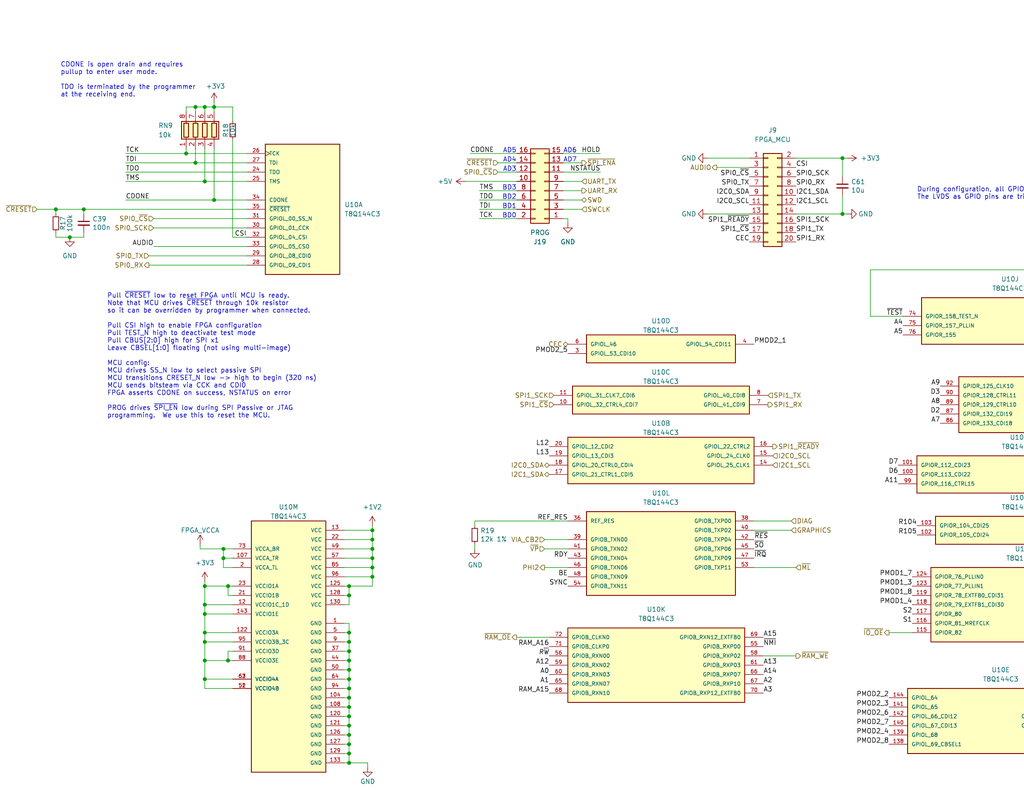
<source format=kicad_sch>
(kicad_sch (version 20231120) (generator "eeschema") (generator_version "8.0")
  (paper "A")
  (title_block (title "EconoPET 40/8096") (date "2023-10-01") (rev "A"))
  (junction (at 82.55 233.68))
  (junction (at 19.05 233.68))
  (junction (at 95.25 200.66))
  (junction (at 138.43 259.08))
  (junction (at 55.88 180.34))
  (junction (at 53.34 44.45))
  (junction (at 95.25 241.3))
  (junction (at 101.6 154.94))
  (junction (at 125.73 259.08))
  (junction (at 95.25 187.96))
  (junction (at 107.95 233.68))
  (junction (at 95.25 205.74))
  (junction (at 19.05 64.77))
  (junction (at 100.33 259.08))
  (junction (at 113.03 259.08))
  (junction (at 425.45 76.2))
  (junction (at 101.6 147.32))
  (junction (at 36.83 259.08))
  (junction (at 389.89 17.78))
  (junction (at 55.88 29.21))
  (junction (at 229.87 43.18))
  (junction (at 100.33 251.46))
  (junction (at 95.25 180.34))
  (junction (at 55.88 49.53))
  (junction (at 22.86 57.15))
  (junction (at 44.45 241.3))
  (junction (at 19.05 241.3))
  (junction (at 229.87 58.42))
  (junction (at 440.69 102.87))
  (junction (at 57.15 233.68))
  (junction (at 58.42 29.21))
  (junction (at 163.83 259.08))
  (junction (at 120.65 241.3))
  (junction (at 62.23 160.02))
  (junction (at 317.5 17.78))
  (junction (at 151.13 259.08))
  (junction (at 163.83 251.46))
  (junction (at 31.75 241.3))
  (junction (at 82.55 241.3))
  (junction (at 31.75 233.68))
  (junction (at 50.8 41.91))
  (junction (at 95.25 185.42))
  (junction (at 95.25 190.5))
  (junction (at 49.53 259.08))
  (junction (at 95.25 198.12))
  (junction (at 60.96 149.86))
  (junction (at 62.23 251.46))
  (junction (at 151.13 251.46))
  (junction (at 101.6 157.48))
  (junction (at 95.25 172.72))
  (junction (at 87.63 259.08))
  (junction (at 382.27 17.78))
  (junction (at 401.32 10.16))
  (junction (at 55.88 160.02))
  (junction (at 384.81 203.2))
  (junction (at 125.73 251.46))
  (junction (at 87.63 251.46))
  (junction (at 101.6 144.78))
  (junction (at 138.43 251.46))
  (junction (at 60.96 152.4))
  (junction (at 53.34 29.21))
  (junction (at 69.85 233.68))
  (junction (at 95.25 160.02))
  (junction (at 95.25 203.2))
  (junction (at 57.15 241.3))
  (junction (at 15.24 57.15))
  (junction (at 107.95 241.3))
  (junction (at 113.03 251.46))
  (junction (at 440.69 90.17))
  (junction (at 55.88 185.42))
  (junction (at 55.88 167.64))
  (junction (at 120.65 233.68))
  (junction (at 74.93 251.46))
  (junction (at 69.85 241.3))
  (junction (at 323.85 88.9))
  (junction (at 323.85 83.82))
  (junction (at 336.55 10.16))
  (junction (at 95.25 177.8))
  (junction (at 95.25 175.26))
  (junction (at 55.88 175.26))
  (junction (at 95.25 162.56))
  (junction (at 477.52 87.63))
  (junction (at 74.93 259.08))
  (junction (at 325.12 17.78))
  (junction (at 101.6 152.4))
  (junction (at 36.83 251.46))
  (junction (at 62.23 180.34))
  (junction (at 49.53 251.46))
  (junction (at 62.23 259.08))
  (junction (at 55.88 172.72))
  (junction (at 95.25 208.28))
  (junction (at 95.25 193.04))
  (junction (at 95.25 233.68))
  (junction (at 58.42 54.61))
  (junction (at 95.25 182.88))
  (junction (at 101.6 149.86))
  (junction (at 95.25 195.58))
  (junction (at 55.88 165.1))
  (junction (at 44.45 233.68))
  (junction (at 323.85 86.36))
  (bus_entry (at 425.45 120.65) (size 2.54 2.54))
  (bus_entry (at 496.57 115.57) (size -2.54 -2.54))
  (bus_entry (at 496.57 107.95) (size -2.54 2.54))
  (bus_entry (at 482.6 125.73) (size -2.54 -2.54))
  (bus_entry (at 425.45 102.87) (size 2.54 2.54))
  (bus_entry (at 496.57 120.65) (size -2.54 -2.54))
  (bus_entry (at 496.57 123.19) (size -2.54 -2.54))
  (bus_entry (at 425.45 118.11) (size 2.54 2.54))
  (bus_entry (at 425.45 123.19) (size 2.54 2.54))
  (bus_entry (at 482.6 123.19) (size -2.54 -2.54))
  (bus_entry (at 482.6 120.65) (size -2.54 -2.54))
  (bus_entry (at 425.45 105.41) (size 2.54 2.54))
  (bus_entry (at 425.45 115.57) (size 2.54 2.54))
  (bus_entry (at 425.45 128.27) (size 2.54 2.54))
  (bus_entry (at 482.6 128.27) (size -2.54 -2.54))
  (bus_entry (at 496.57 118.11) (size -2.54 -2.54))
  (bus_entry (at 496.57 105.41) (size -2.54 2.54))
  (bus_entry (at 425.45 110.49) (size 2.54 2.54))
  (bus_entry (at 482.6 133.35) (size -2.54 -2.54))
  (bus_entry (at 482.6 135.89) (size -2.54 -2.54))
  (bus_entry (at 425.45 130.81) (size 2.54 2.54))
  (bus_entry (at 425.45 107.95) (size 2.54 2.54))
  (bus_entry (at 425.45 125.73) (size 2.54 2.54))
  (bus_entry (at 425.45 113.03) (size 2.54 2.54))
  (bus_entry (at 496.57 102.87) (size -2.54 2.54))
  (bus_entry (at 496.57 100.33) (size -2.54 2.54))
  (bus_entry (at 482.6 138.43) (size -2.54 -2.54))
  (bus_entry (at 482.6 130.81) (size -2.54 -2.54))
  (wire (pts (xy 309.88 83.82) (xy 309.88 73.66)))
  (wire (pts (xy 53.34 44.45) (xy 67.31 44.45)))
  (bus (pts (xy 425.45 125.73) (xy 425.45 128.27)))
  (wire (pts (xy 93.98 182.88) (xy 95.25 182.88)))
  (wire (pts (xy 375.92 7.62) (xy 374.65 7.62)))
  (wire (pts (xy 55.88 165.1) (xy 63.5 165.1)))
  (wire (pts (xy 57.15 233.68) (xy 69.85 233.68)))
  (wire (pts (xy 427.99 107.95) (xy 454.66 107.95)))
  (wire (pts (xy 19.05 64.77) (xy 15.24 64.77)))
  (wire (pts (xy 237.49 86.36) (xy 246.38 86.36)))
  (wire (pts (xy 55.88 180.34) (xy 55.88 185.42)))
  (bus (pts (xy 496.57 125.73) (xy 497.84 125.73)))
  (bus (pts (xy 482.6 138.43) (xy 483.87 138.43)))
  (wire (pts (xy 101.6 149.86) (xy 101.6 152.4)))
  (wire (pts (xy 427.99 113.03) (xy 454.66 113.03)))
  (wire (pts (xy 95.25 203.2) (xy 95.25 205.74)))
  (wire (pts (xy 389.89 7.62) (xy 389.89 17.78)))
  (wire (pts (xy 440.69 85.09) (xy 440.69 90.17)))
  (wire (pts (xy 62.23 177.8) (xy 63.5 177.8)))
  (wire (pts (xy 24.13 252.73) (xy 24.13 251.46)))
  (wire (pts (xy 101.6 152.4) (xy 101.6 154.94)))
  (wire (pts (xy 242.57 248.92) (xy 242.57 250.19)))
  (wire (pts (xy 55.88 172.72) (xy 55.88 175.26)))
  (wire (pts (xy 467.36 107.95) (xy 494.03 107.95)))
  (wire (pts (xy 427.99 105.41) (xy 454.66 105.41)))
  (wire (pts (xy 34.29 54.61) (xy 58.42 54.61)))
  (wire (pts (xy 40.64 72.39) (xy 67.31 72.39)))
  (wire (pts (xy 427.99 118.11) (xy 454.66 118.11)))
  (bus (pts (xy 425.45 113.03) (xy 425.45 115.57)))
  (wire (pts (xy 140.97 173.99) (xy 149.86 173.99)))
  (wire (pts (xy 93.98 200.66) (xy 95.25 200.66)))
  (wire (pts (xy 87.63 259.08) (xy 87.63 257.81)))
  (bus (pts (xy 425.45 76.2) (xy 422.91 76.2)))
  (wire (pts (xy 138.43 259.08) (xy 125.73 259.08)))
  (wire (pts (xy 205.74 154.94) (xy 217.17 154.94)))
  (wire (pts (xy 153.67 41.91) (xy 163.83 41.91)))
  (wire (pts (xy 55.88 167.64) (xy 63.5 167.64)))
  (wire (pts (xy 226.06 236.22) (xy 223.52 236.22)))
  (wire (pts (xy 375.92 10.16) (xy 373.38 10.16)))
  (wire (pts (xy 467.36 120.65) (xy 480.06 120.65)))
  (wire (pts (xy 36.83 259.08) (xy 36.83 257.81)))
  (wire (pts (xy 440.69 99.06) (xy 440.69 102.87)))
  (wire (pts (xy 125.73 252.73) (xy 125.73 251.46)))
  (wire (pts (xy 95.25 172.72) (xy 95.25 175.26)))
  (wire (pts (xy 133.35 240.03) (xy 133.35 241.3)))
  (wire (pts (xy 107.95 241.3) (xy 107.95 240.03)))
  (wire (pts (xy 153.67 59.69) (xy 154.94 59.69)))
  (wire (pts (xy 93.98 190.5) (xy 95.25 190.5)))
  (wire (pts (xy 93.98 193.04) (xy 95.25 193.04)))
  (wire (pts (xy 309.88 7.62) (xy 309.88 17.78)))
  (wire (pts (xy 95.25 208.28) (xy 100.33 208.28)))
  (wire (pts (xy 95.25 195.58) (xy 95.25 198.12)))
  (bus (pts (xy 482.6 133.35) (xy 482.6 135.89)))
  (wire (pts (xy 58.42 29.21) (xy 63.5 29.21)))
  (bus (pts (xy 496.57 120.65) (xy 496.57 123.19)))
  (wire (pts (xy 223.52 234.95) (xy 223.52 236.22)))
  (bus (pts (xy 482.6 123.19) (xy 482.6 125.73)))
  (wire (pts (xy 101.6 144.78) (xy 101.6 143.51)))
  (wire (pts (xy 69.85 241.3) (xy 69.85 240.03)))
  (wire (pts (xy 95.25 241.3) (xy 107.95 241.3)))
  (wire (pts (xy 40.64 69.85) (xy 67.31 69.85)))
  (wire (pts (xy 303.53 245.11) (xy 306.07 245.11)))
  (wire (pts (xy 240.03 236.22) (xy 242.57 236.22)))
  (wire (pts (xy 151.13 251.46) (xy 163.83 251.46)))
  (wire (pts (xy 388.62 7.62) (xy 389.89 7.62)))
  (wire (pts (xy 95.25 180.34) (xy 95.25 182.88)))
  (wire (pts (xy 62.23 259.08) (xy 49.53 259.08)))
  (wire (pts (xy 55.88 175.26) (xy 55.88 180.34)))
  (wire (pts (xy 383.54 203.2) (xy 384.81 203.2)))
  (wire (pts (xy 49.53 252.73) (xy 49.53 251.46)))
  (wire (pts (xy 93.98 154.94) (xy 101.6 154.94)))
  (wire (pts (xy 34.29 41.91) (xy 50.8 41.91)))
  (bus (pts (xy 482.6 135.89) (xy 482.6 138.43)))
  (wire (pts (xy 41.91 67.31) (xy 67.31 67.31)))
  (wire (pts (xy 62.23 180.34) (xy 62.23 177.8)))
  (wire (pts (xy 389.89 17.78) (xy 401.32 17.78)))
  (wire (pts (xy 101.6 147.32) (xy 101.6 149.86)))
  (wire (pts (xy 93.98 149.86) (xy 101.6 149.86)))
  (wire (pts (xy 237.49 73.66) (xy 237.49 86.36)))
  (wire (pts (xy 95.25 165.1) (xy 93.98 165.1)))
  (wire (pts (xy 100.33 208.28) (xy 100.33 209.55)))
  (wire (pts (xy 229.87 43.18) (xy 229.87 48.26)))
  (bus (pts (xy 425.45 120.65) (xy 425.45 123.19)))
  (wire (pts (xy 87.63 252.73) (xy 87.63 251.46)))
  (wire (pts (xy 60.96 154.94) (xy 63.5 154.94)))
  (wire (pts (xy 311.15 10.16) (xy 308.61 10.16)))
  (wire (pts (xy 34.29 44.45) (xy 53.34 44.45)))
  (wire (pts (xy 50.8 41.91) (xy 67.31 41.91)))
  (wire (pts (xy 107.95 241.3) (xy 120.65 241.3)))
  (wire (pts (xy 95.25 241.3) (xy 95.25 240.03)))
  (wire (pts (xy 49.53 259.08) (xy 36.83 259.08)))
  (wire (pts (xy 95.25 205.74) (xy 95.25 208.28)))
  (wire (pts (xy 477.52 87.63) (xy 477.52 85.09)))
  (wire (pts (xy 74.93 259.08) (xy 87.63 259.08)))
  (wire (pts (xy 401.32 10.16) (xy 401.32 8.89)))
  (wire (pts (xy 427.99 110.49) (xy 454.66 110.49)))
  (bus (pts (xy 496.57 100.33) (xy 496.57 102.87)))
  (wire (pts (xy 95.25 208.28) (xy 93.98 208.28)))
  (wire (pts (xy 55.88 187.96) (xy 63.5 187.96)))
  (wire (pts (xy 63.5 38.1) (xy 63.5 64.77)))
  (wire (pts (xy 304.8 86.36) (xy 312.42 86.36)))
  (wire (pts (xy 62.23 251.46) (xy 74.93 251.46)))
  (wire (pts (xy 93.98 180.34) (xy 95.25 180.34)))
  (bus (pts (xy 425.45 128.27) (xy 425.45 130.81)))
  (wire (pts (xy 467.36 130.81) (xy 480.06 130.81)))
  (wire (pts (xy 138.43 251.46) (xy 138.43 252.73)))
  (wire (pts (xy 93.98 205.74) (xy 95.25 205.74)))
  (wire (pts (xy 62.23 257.81) (xy 62.23 259.08)))
  (wire (pts (xy 383.54 201.93) (xy 383.54 203.2)))
  (wire (pts (xy 50.8 29.21) (xy 53.34 29.21)))
  (wire (pts (xy 58.42 29.21) (xy 58.42 30.48)))
  (wire (pts (xy 130.81 59.69) (xy 140.97 59.69)))
  (wire (pts (xy 19.05 241.3) (xy 31.75 241.3)))
  (wire (pts (xy 74.93 259.08) (xy 62.23 259.08)))
  (wire (pts (xy 133.35 233.68) (xy 133.35 234.95)))
  (wire (pts (xy 325.12 7.62) (xy 325.12 17.78)))
  (wire (pts (xy 242.57 236.22) (xy 242.57 238.76)))
  (wire (pts (xy 304.8 88.9) (xy 312.42 88.9)))
  (bus (pts (xy 482.6 130.81) (xy 482.6 133.35)))
  (wire (pts (xy 53.34 40.64) (xy 53.34 44.45)))
  (wire (pts (xy 62.23 162.56) (xy 62.23 160.02)))
  (wire (pts (xy 401.32 17.78) (xy 401.32 16.51)))
  (wire (pts (xy 113.03 259.08) (xy 100.33 259.08)))
  (wire (pts (xy 231.14 43.18) (xy 229.87 43.18)))
  (wire (pts (xy 467.36 128.27) (xy 480.06 128.27)))
  (wire (pts (xy 95.25 160.02) (xy 95.25 162.56)))
  (wire (pts (xy 95.25 190.5) (xy 95.25 193.04)))
  (bus (pts (xy 425.45 76.2) (xy 425.45 102.87)))
  (wire (pts (xy 74.93 257.81) (xy 74.93 259.08)))
  (wire (pts (xy 55.88 172.72) (xy 63.5 172.72)))
  (wire (pts (xy 311.15 7.62) (xy 309.88 7.62)))
  (wire (pts (xy 427.99 133.35) (xy 454.66 133.35)))
  (wire (pts (xy 374.65 17.78) (xy 382.27 17.78)))
  (wire (pts (xy 107.95 233.68) (xy 120.65 233.68)))
  (wire (pts (xy 323.85 10.16) (xy 336.55 10.16)))
  (wire (pts (xy 158.75 44.45) (xy 153.67 44.45)))
  (wire (pts (xy 95.25 177.8) (xy 95.25 180.34)))
  (wire (pts (xy 19.05 241.3) (xy 19.05 242.57)))
  (wire (pts (xy 242.57 172.72) (xy 248.92 172.72)))
  (wire (pts (xy 55.88 158.75) (xy 55.88 160.02)))
  (wire (pts (xy 93.98 198.12) (xy 95.25 198.12)))
  (wire (pts (xy 125.73 251.46) (xy 138.43 251.46)))
  (wire (pts (xy 50.8 40.64) (xy 50.8 41.91)))
  (wire (pts (xy 34.29 49.53) (xy 55.88 49.53)))
  (wire (pts (xy 113.03 251.46) (xy 125.73 251.46)))
  (bus (pts (xy 425.45 110.49) (xy 425.45 113.03)))
  (wire (pts (xy 485.14 115.57) (xy 494.03 115.57)))
  (wire (pts (xy 195.58 45.72) (xy 204.47 45.72)))
  (wire (pts (xy 130.81 54.61) (xy 140.97 54.61)))
  (wire (pts (xy 15.24 57.15) (xy 22.86 57.15)))
  (bus (pts (xy 482.6 120.65) (xy 482.6 123.19)))
  (wire (pts (xy 22.86 57.15) (xy 67.31 57.15)))
  (wire (pts (xy 19.05 231.14) (xy 19.05 233.68)))
  (wire (pts (xy 120.65 241.3) (xy 120.65 240.03)))
  (wire (pts (xy 93.98 177.8) (xy 95.25 177.8)))
  (wire (pts (xy 58.42 40.64) (xy 58.42 54.61)))
  (wire (pts (xy 427.99 115.57) (xy 454.66 115.57)))
  (wire (pts (xy 93.98 157.48) (xy 101.6 157.48)))
  (wire (pts (xy 93.98 160.02) (xy 95.25 160.02)))
  (wire (pts (xy 476.25 115.57) (xy 467.36 115.57)))
  (wire (pts (xy 93.98 172.72) (xy 95.25 172.72)))
  (wire (pts (xy 154.94 59.69) (xy 154.94 60.96)))
  (wire (pts (xy 323.85 83.82) (xy 323.85 86.36)))
  (wire (pts (xy 55.88 40.64) (xy 55.88 49.53)))
  (wire (pts (xy 303.53 200.66) (xy 313.69 200.66)))
  (wire (pts (xy 95.25 162.56) (xy 95.25 165.1)))
  (wire (pts (xy 101.6 154.94) (xy 101.6 157.48)))
  (wire (pts (xy 60.96 152.4) (xy 63.5 152.4)))
  (wire (pts (xy 55.88 185.42) (xy 63.5 185.42)))
  (bus (pts (xy 425.45 118.11) (xy 425.45 120.65)))
  (bus (pts (xy 425.45 107.95) (xy 425.45 110.49)))
  (bus (pts (xy 496.57 115.57) (xy 496.57 118.11)))
  (wire (pts (xy 309.88 17.78) (xy 317.5 17.78)))
  (wire (pts (xy 467.36 133.35) (xy 480.06 133.35)))
  (wire (pts (xy 467.36 123.19) (xy 480.06 123.19)))
  (wire (pts (xy 95.25 233.68) (xy 107.95 233.68)))
  (bus (pts (xy 425.45 105.41) (xy 425.45 107.95)))
  (wire (pts (xy 95.25 182.88) (xy 95.25 185.42)))
  (wire (pts (xy 427.99 123.19) (xy 454.66 123.19)))
  (wire (pts (xy 54.61 149.86) (xy 54.61 148.59)))
  (bus (pts (xy 496.57 105.41) (xy 496.57 107.95)))
  (wire (pts (xy 62.23 252.73) (xy 62.23 251.46)))
  (wire (pts (xy 101.6 157.48) (xy 101.6 160.02)))
  (wire (pts (xy 93.98 187.96) (xy 95.25 187.96)))
  (bus (pts (xy 496.57 118.11) (xy 496.57 120.65)))
  (wire (pts (xy 82.55 241.3) (xy 82.55 240.03)))
  (wire (pts (xy 57.15 241.3) (xy 69.85 241.3)))
  (wire (pts (xy 95.25 170.18) (xy 95.25 172.72)))
  (wire (pts (xy 440.69 93.98) (xy 440.69 90.17)))
  (wire (pts (xy 55.88 160.02) (xy 62.23 160.02)))
  (wire (pts (xy 95.25 160.02) (xy 101.6 160.02)))
  (wire (pts (xy 140.97 41.91) (xy 128.27 41.91)))
  (wire (pts (xy 158.75 52.07) (xy 153.67 52.07)))
  (wire (pts (xy 323.85 91.44) (xy 322.58 91.44)))
  (wire (pts (xy 125.73 257.81) (xy 125.73 259.08)))
  (wire (pts (xy 95.25 234.95) (xy 95.25 233.68)))
  (wire (pts (xy 304.8 91.44) (xy 312.42 91.44)))
  (wire (pts (xy 15.24 63.5) (xy 15.24 64.77)))
  (wire (pts (xy 24.13 259.08) (xy 24.13 257.81)))
  (wire (pts (xy 93.98 195.58) (xy 95.25 195.58)))
  (bus (pts (xy 496.57 123.19) (xy 497.84 123.19)))
  (wire (pts (xy 467.36 125.73) (xy 480.06 125.73)))
  (wire (pts (xy 336.55 10.16) (xy 336.55 8.89)))
  (wire (pts (xy 100.33 251.46) (xy 113.03 251.46)))
  (wire (pts (xy 485.14 120.65) (xy 494.03 120.65)))
  (wire (pts (xy 36.83 251.46) (xy 49.53 251.46)))
  (wire (pts (xy 323.85 82.55) (xy 323.85 83.82)))
  (wire (pts (xy 100.33 252.73) (xy 100.33 251.46)))
  (wire (pts (xy 163.83 250.19) (xy 163.83 251.46)))
  (wire (pts (xy 325.12 17.78) (xy 317.5 17.78)))
  (wire (pts (xy 95.25 185.42) (xy 95.25 187.96)))
  (wire (pts (xy 467.36 135.89) (xy 480.06 135.89)))
  (wire (pts (xy 322.58 83.82) (xy 323.85 83.82)))
  (wire (pts (xy 138.43 259.08) (xy 151.13 259.08)))
  (bus (pts (xy 496.57 76.2) (xy 496.57 100.33)))
  (wire (pts (xy 49.53 251.46) (xy 62.23 251.46)))
  (wire (pts (xy 388.62 10.16) (xy 401.32 10.16)))
  (wire (pts (xy 158.75 54.61) (xy 153.67 54.61)))
  (wire (pts (xy 336.55 11.43) (xy 336.55 10.16)))
  (wire (pts (xy 55.88 160.02) (xy 55.88 165.1)))
  (wire (pts (xy 60.96 152.4) (xy 60.96 154.94)))
  (wire (pts (xy 36.83 259.08) (xy 24.13 259.08)))
  (wire (pts (xy 93.98 147.32) (xy 101.6 147.32)))
  (wire (pts (xy 127 49.53) (xy 140.97 49.53)))
  (wire (pts (xy 323.85 88.9) (xy 322.58 88.9)))
  (wire (pts (xy 138.43 251.46) (xy 151.13 251.46)))
  (wire (pts (xy 158.75 57.15) (xy 153.67 57.15)))
  (wire (pts (xy 55.88 180.34) (xy 62.23 180.34)))
  (wire (pts (xy 34.29 46.99) (xy 67.31 46.99)))
  (wire (pts (xy 148.59 147.32) (xy 154.94 147.32)))
  (wire (pts (xy 93.98 144.78) (xy 101.6 144.78)))
  (wire (pts (xy 325.12 17.78) (xy 336.55 17.78)))
  (wire (pts (xy 62.23 180.34) (xy 63.5 180.34)))
  (wire (pts (xy 53.34 29.21) (xy 53.34 30.48)))
  (wire (pts (xy 374.65 7.62) (xy 374.65 17.78)))
  (wire (pts (xy 309.88 73.66) (xy 237.49 73.66)))
  (wire (pts (xy 129.54 148.59) (xy 129.54 149.86)))
  (wire (pts (xy 22.86 57.15) (xy 22.86 58.42)))
  (wire (pts (xy 44.45 241.3) (xy 44.45 240.03)))
  (wire (pts (xy 467.36 105.41) (xy 494.03 105.41)))
  (wire (pts (xy 41.91 59.69) (xy 67.31 59.69)))
  (wire (pts (xy 440.69 102.87) (xy 454.66 102.87)))
  (wire (pts (xy 120.65 241.3) (xy 133.35 241.3)))
  (wire (pts (xy 55.88 29.21) (xy 55.88 30.48)))
  (wire (pts (xy 138.43 257.81) (xy 138.43 259.08)))
  (wire (pts (xy 401.32 10.16) (xy 401.32 11.43)))
  (wire (pts (xy 204.47 43.18) (xy 193.04 43.18)))
  (wire (pts (xy 336.55 17.78) (xy 336.55 16.51)))
  (wire (pts (xy 95.25 200.66) (xy 95.25 203.2)))
  (wire (pts (xy 154.94 142.24) (xy 129.54 142.24)))
  (wire (pts (xy 93.98 175.26) (xy 95.25 175.26)))
  (wire (pts (xy 31.75 241.3) (xy 44.45 241.3)))
  (wire (pts (xy 323.85 86.36) (xy 323.85 88.9)))
  (wire (pts (xy 229.87 58.42) (xy 231.14 58.42)))
  (wire (pts (xy 22.86 63.5) (xy 22.86 64.77)))
  (wire (pts (xy 120.65 233.68) (xy 133.35 233.68)))
  (wire (pts (xy 163.83 259.08) (xy 151.13 259.08)))
  (wire (pts (xy 82.55 234.95) (xy 82.55 233.68)))
  (wire (pts (xy 19.05 234.95) (xy 19.05 233.68)))
  (wire (pts (xy 485.14 118.11) (xy 494.03 118.11)))
  (wire (pts (xy 205.74 144.78) (xy 215.9 144.78)))
  (wire (pts (xy 151.13 251.46) (xy 151.13 252.73)))
  (wire (pts (xy 208.28 179.07) (xy 217.17 179.07)))
  (wire (pts (xy 312.42 83.82) (xy 309.88 83.82)))
  (wire (pts (xy 163.83 259.08) (xy 163.83 260.35)))
  (bus (pts (xy 496.57 76.2) (xy 425.45 76.2)))
  (wire (pts (xy 60.96 149.86) (xy 54.61 149.86)))
  (wire (pts (xy 95.25 187.96) (xy 95.25 190.5)))
  (wire (pts (xy 427.99 125.73) (xy 454.66 125.73)))
  (wire (pts (xy 129.54 142.24) (xy 129.54 143.51)))
  (wire (pts (xy 63.5 162.56) (xy 62.23 162.56)))
  (wire (pts (xy 41.91 62.23) (xy 67.31 62.23)))
  (wire (pts (xy 95.25 175.26) (xy 95.25 177.8)))
  (wire (pts (xy 93.98 162.56) (xy 95.25 162.56)))
  (wire (pts (xy 135.89 44.45) (xy 140.97 44.45)))
  (wire (pts (xy 55.88 185.42) (xy 55.88 187.96)))
  (wire (pts (xy 22.86 64.77) (xy 19.05 64.77)))
  (wire (pts (xy 55.88 175.26) (xy 63.5 175.26)))
  (wire (pts (xy 44.45 241.3) (xy 57.15 241.3)))
  (wire (pts (xy 163.83 257.81) (xy 163.83 259.08)))
  (wire (pts (xy 69.85 233.68) (xy 82.55 233.68)))
  (wire (pts (xy 113.03 252.73) (xy 113.03 251.46)))
  (wire (pts (xy 69.85 234.95) (xy 69.85 233.68)))
  (wire (pts (xy 323.85 88.9) (xy 323.85 91.44)))
  (wire (pts (xy 69.85 241.3) (xy 82.55 241.3)))
  (wire (pts (xy 55.88 29.21) (xy 58.42 29.21)))
  (wire (pts (xy 151.13 257.81) (xy 151.13 259.08)))
  (wire (pts (xy 95.25 198.12) (xy 95.25 200.66)))
  (wire (pts (xy 58.42 27.94) (xy 58.42 29.21)))
  (wire (pts (xy 303.53 193.04) (xy 313.69 193.04)))
  (wire (pts (xy 229.87 53.34) (xy 229.87 58.42)))
  (wire (pts (xy 55.88 167.64) (xy 55.88 172.72)))
  (wire (pts (xy 31.75 234.95) (xy 31.75 233.68)))
  (wire (pts (xy 36.83 252.73) (xy 36.83 251.46)))
  (wire (pts (xy 389.89 17.78) (xy 382.27 17.78)))
  (wire (pts (xy 57.15 234.95) (xy 57.15 233.68)))
  (wire (pts (xy 10.16 57.15) (xy 15.24 57.15)))
  (wire (pts (xy 100.33 259.08) (xy 100.33 257.81)))
  (wire (pts (xy 58.42 54.61) (xy 67.31 54.61)))
  (wire (pts (xy 31.75 241.3) (xy 31.75 240.03)))
  (wire (pts (xy 436.88 135.89) (xy 454.66 135.89)))
  (wire (pts (xy 19.05 240.03) (xy 19.05 241.3)))
  (wire (pts (xy 60.96 149.86) (xy 63.5 149.86)))
  (wire (pts (xy 125.73 259.08) (xy 113.03 259.08)))
  (wire (pts (xy 93.98 152.4) (xy 101.6 152.4)))
  (wire (pts (xy 467.36 118.11) (xy 480.06 118.11)))
  (wire (pts (xy 427.99 128.27) (xy 454.66 128.27)))
  (wire (pts (xy 107.95 234.95) (xy 107.95 233.68)))
  (wire (pts (xy 93.98 170.18) (xy 95.25 170.18)))
  (wire (pts (xy 384.81 203.2) (xy 386.08 203.2)))
  (wire (pts (xy 204.47 58.42) (xy 193.04 58.42)))
  (wire (pts (xy 163.83 251.46) (xy 163.83 252.73)))
  (wire (pts (xy 87.63 251.46) (xy 100.33 251.46)))
  (wire (pts (xy 386.08 201.93) (xy 386.08 203.2)))
  (wire (pts (xy 63.5 64.77) (xy 67.31 64.77)))
  (wire (pts (xy 55.88 165.1) (xy 55.88 167.64)))
  (wire (pts (xy 323.85 86.36) (xy 322.58 86.36)))
  (wire (pts (xy 323.85 7.62) (xy 325.12 7.62)))
  (wire (pts (xy 130.81 52.07) (xy 140.97 52.07)))
  (wire (pts (xy 50.8 29.21) (xy 50.8 30.48)))
  (wire (pts (xy 217.17 58.42) (xy 229.87 58.42)))
  (wire (pts (xy 53.34 29.21) (xy 55.88 29.21)))
  (wire (pts (xy 82.55 233.68) (xy 95.25 233.68)))
  (wire (pts (xy 148.59 149.86) (xy 154.94 149.86)))
  (wire (pts (xy 19.05 233.68) (xy 31.75 233.68)))
  (wire (pts (xy 15.24 57.15) (xy 15.24 58.42)))
  (wire (pts (xy 60.96 149.86) (xy 60.96 152.4)))
  (wire (pts (xy 158.75 49.53) (xy 153.67 49.53)))
  (wire (pts (xy 467.36 87.63) (xy 477.52 87.63)))
  (wire (pts (xy 95.25 193.04) (xy 95.25 195.58)))
  (wire (pts (xy 467.36 102.87) (xy 494.03 102.87)))
  (wire (pts (xy 44.45 234.95) (xy 44.45 233.68)))
  (wire (pts (xy 93.98 203.2) (xy 95.25 203.2)))
  (wire (pts (xy 220.98 243.84) (xy 228.6 243.84)))
  (wire (pts (xy 476.25 149.86) (xy 476.25 115.57)))
  (bus (pts (xy 496.57 102.87) (xy 496.57 105.41)))
  (wire (pts (xy 234.95 243.84) (xy 233.68 243.84)))
  (wire (pts (xy 24.13 251.46) (xy 36.83 251.46)))
  (wire (pts (xy 31.75 233.68) (xy 44.45 233.68)))
  (wire (pts (xy 289.56 245.11) (xy 279.4 245.11)))
  (wire (pts (xy 440.69 90.17) (xy 454.66 90.17)))
  (wire (pts (xy 153.67 46.99) (xy 163.83 46.99)))
  (wire (pts (xy 467.36 110.49) (xy 494.03 110.49)))
  (bus (pts (xy 425.45 102.87) (xy 425.45 105.41)))
  (wire (pts (xy 120.65 234.95) (xy 120.65 233.68)))
  (wire (pts (xy 82.55 241.3) (xy 95.25 241.3)))
  (wire (pts (xy 113.03 257.81) (xy 113.03 259.08)))
  (wire (pts (xy 130.81 57.15) (xy 140.97 57.15)))
  (wire (pts (xy 63.5 29.21) (xy 63.5 33.02)))
  (wire (pts (xy 436.88 87.63) (xy 454.66 87.63)))
  (wire (pts (xy 231.14 236.22) (xy 232.41 236.22)))
  (wire (pts (xy 44.45 233.68) (xy 57.15 233.68)))
  (bus (pts (xy 425.45 123.19) (xy 425.45 125.73)))
  (wire (pts (xy 205.74 142.24) (xy 215.9 142.24)))
  (wire (pts (xy 101.6 144.78) (xy 101.6 147.32)))
  (wire (pts (xy 229.87 43.18) (xy 217.17 43.18)))
  (bus (pts (xy 482.6 125.73) (xy 482.6 128.27)))
  (wire (pts (xy 62.23 160.02) (xy 63.5 160.02)))
  (wire (pts (xy 427.99 120.65) (xy 454.66 120.65)))
  (wire (pts (xy 477.52 87.63) (xy 477.52 91.44)))
  (wire (pts (xy 436.88 102.87) (xy 440.69 102.87)))
  (wire (pts (xy 93.98 185.42) (xy 95.25 185.42)))
  (wire (pts (xy 57.15 241.3) (xy 57.15 240.03)))
  (wire (pts (xy 148.59 154.94) (xy 154.94 154.94)))
  (wire (pts (xy 297.18 245.11) (xy 298.45 245.11)))
  (wire (pts (xy 467.36 113.03) (xy 494.03 113.03)))
  (wire (pts (xy 87.63 259.08) (xy 100.33 259.08)))
  (wire (pts (xy 74.93 252.73) (xy 74.93 251.46)))
  (wire (pts (xy 49.53 257.81) (xy 49.53 259.08)))
  (wire (pts (xy 135.89 46.99) (xy 140.97 46.99)))
  (bus (pts (xy 482.6 128.27) (xy 482.6 130.81)))
  (bus (pts (xy 425.45 115.57) (xy 425.45 118.11)))
  (wire (pts (xy 74.93 251.46) (xy 87.63 251.46)))
  (wire (pts (xy 427.99 130.81) (xy 454.66 130.81)))
  (wire (pts (xy 55.88 49.53) (xy 67.31 49.53)))
  (text "During configuration, all GPIO pins excluding LVDS as GPIO are configured in weak pull-up mode.\nThe LVDS as GPIO pins are tri-stated without a pull-up or pull-down resistor." (at 250.19 54.61 0) (effects (font (size 1.27 1.27)) (justify left bottom)))
  (text "BD0" (at 140.97 59.69 0) (effects (font (size 1.27 1.27)) (justify right bottom)))
  (text "BD2" (at 140.97 54.61 0) (effects (font (size 1.27 1.27)) (justify right bottom)))
  (text "BD1" (at 140.97 57.15 0) (effects (font (size 1.27 1.27)) (justify right bottom)))
  (text "NSTATUS driven low if bitstream contains\nwrong device ID or fails CRC check." (at 275.59 261.62 0) (effects (font (size 1.27 1.27)) (justify left bottom)))
  (text "AD7" (at 153.67 44.45 0) (effects (font (size 1.27 1.27)) (justify left bottom)))
  (text "AD4" (at 140.97 44.45 0) (effects (font (size 1.27 1.27)) (justify right bottom)))
  (text "Pull ~{CRESET} low to reset FPGA until MCU is ready.\nNote that MCU drives ~{CRESET} through 10k resistor\nso it can be overridden by programmer when connected.\n\nPull CSI high to enable FPGA configuration\nPull TEST_N high to deactivate test mode\nPull CBUS[2:0] high for SPI x1\nLeave CBSEL[1:0] floating (not using multi-image)\n\nMCU config:\nMCU drives SS_N low to select passive SPI\nMCU transitions CRESET_N low -> high to begin (320 ns)\nMCU sends bitsteam via CCK and CDI0\nFPGA asserts CDONE on success, NSTATUS on error\n\nPROG drives ~{SPI_EN} low during SPI Passive or JTAG\nprogramming.  We use this to reset the MCU." (at 29.21 114.3 0) (effects (font (size 1.27 1.27)) (justify left bottom)))
  (text "BD3" (at 140.97 52.07 0) (effects (font (size 1.27 1.27)) (justify right bottom)))
  (text "Minimum decoupling caps is one 100nF and one 10nF\nPlace lowest values closest to pin." (at 16.51 267.97 0) (effects (font (size 1.27 1.27)) (justify left bottom)))
  (text "AD5" (at 140.97 41.91 0) (effects (font (size 1.27 1.27)) (justify right bottom)))
  (text "AD6" (at 153.67 41.91 0) (effects (font (size 1.27 1.27)) (justify left bottom)))
  (text "AD3" (at 140.97 46.99 0) (effects (font (size 1.27 1.27)) (justify right bottom)))
  (text "CDONE is open drain and requires\npullup to enter user mode.\n\nTDO is terminated by the programmer\nat the receiving end." (at 16.51 26.67 0) (effects (font (size 1.27 1.27)) (justify left bottom)))
  (text "CDONE is an open drain output with 10k pullup.\nDriving LED requires a current amplifier." (at 217.17 261.62 0) (effects (font (size 1.27 1.27)) (justify left bottom)))
  (label "TCK" (at 130.81 59.69 0))
  (label "SPI1_~{READY}" (at 204.47 60.96 180))
  (label "D2" (at 256.54 113.03 180))
  (label "A2" (at 208.28 186.69 0))
  (label "BE" (at 154.94 157.48 180))
  (label "A5" (at 246.38 91.44 180))
  (label "SPI1_~{CS}" (at 204.47 63.5 180))
  (label "SPI0_~{CS}" (at 204.47 48.26 180))
  (label "I2C0_SCL" (at 204.47 55.88 180))
  (label "L12" (at 149.86 121.92 180))
  (label "D6" (at 245.11 129.54 180))
  (label "PMOD2_6" (at 388.62 0 0))
  (label "PMOD1_8" (at 248.92 162.56 180))
  (label "A14" (at 467.36 107.95 0))
  (label "CDONE" (at 220.98 243.84 0))
  (label "CSI" (at 217.17 45.72 0))
  (label "A10" (at 311.15 129.54 0))
  (label "D5" (at 311.15 127 0))
  (label "NSTATUS" (at 313.69 193.04 180))
  (label "PMOD2_6" (at 242.57 195.58 180))
  (label "A9" (at 454.66 128.27 180))
  (label "R95" (at 454.66 146.05 180))
  (label "A15" (at 208.28 173.99 0))
  (label "AUDIO" (at 41.91 67.31 180))
  (label "PMOD1_7" (at 248.92 157.48 180))
  (label "TMS" (at 34.29 49.53 0))
  (label "A14" (at 208.28 184.15 0))
  (label "~{RES}" (at 205.74 147.32 0) (effects (font (italic yes))))
  (label "R105" (at 250.19 146.05 180))
  (label "D3" (at 256.54 107.95 180))
  (label "CEC" (at 204.47 66.04 180))
  (label "PMOD2_4" (at 375.92 5.08 180))
  (label "A4" (at 454.66 115.57 180))
  (label "PMOD1_1" (at 303.53 195.58 0))
  (label "~{TEST}" (at 454.66 138.43 180))
  (label "SPI0_TX" (at 204.47 50.8 180))
  (label "SYNC" (at 154.94 160.02 180))
  (label "CBUS2" (at 304.8 91.44 0))
  (label "RAM_A10" (at 314.96 105.41 0))
  (label "RDY" (at 154.94 152.4 180))
  (label "CBUS1" (at 304.8 88.9 0))
  (label "R104" (at 250.19 143.51 180))
  (label "D0" (at 304.8 83.82 0))
  (label "PMOD2_1" (at 205.74 93.98 0))
  (label "SPI1_TX" (at 217.17 63.5 0))
  (label "PMOD2_5" (at 388.62 -2.54 0))
  (label "A1" (at 149.86 186.69 180))
  (label "SPI0_RX" (at 217.17 50.8 0))
  (label "PMOD1_2" (at 303.53 203.2 0))
  (label "R94" (at 467.36 146.05 0))
  (label "~{IRQ}" (at 205.74 152.4 0))
  (label "R~{W}" (at 149.86 179.07 180) (effects (font (italic yes))))
  (label "PMOD2_2" (at 375.92 0 180))
  (label "D7" (at 245.11 127 180))
  (label "A12" (at 467.36 102.87 0))
  (label "PMOD2_8" (at 388.62 5.08 0))
  (label "SPI1_SCK" (at 217.17 60.96 0))
  (label "A4" (at 246.38 88.9 180))
  (label "D2" (at 467.36 123.19 0))
  (label "PMOD1_5" (at 323.85 -2.54 0))
  (label "D4" (at 311.15 132.08 0))
  (label "A3" (at 208.28 189.23 0))
  (label "CBUS0" (at 467.36 138.43 0))
  (label "PMOD1_4" (at 311.15 5.08 180))
  (label "PMOD1_3" (at 248.92 160.02 180))
  (label "RAM_A10" (at 485.14 120.65 0))
  (label "PMOD1_8" (at 323.85 5.08 0))
  (label "A13" (at 467.36 105.41 0))
  (label "RAM_A16" (at 467.36 113.03 0))
  (label "TDO" (at 130.81 54.61 0))
  (label "I2C0_SDA" (at 204.47 53.34 180))
  (label "L13" (at 149.86 124.46 180))
  (label "CDONE" (at 128.27 41.91 0))
  (label "PMOD1_7" (at 323.85 2.54 0))
  (label "CBUS2" (at 467.36 140.97 0))
  (label "A10" (at 454.66 130.81 180))
  (label "A2" (at 454.66 110.49 180))
  (label "TDI" (at 34.29 44.45 0))
  (label "SPI1_RX" (at 217.17 66.04 0))
  (label "PMOD2_3" (at 242.57 193.04 180))
  (label "SPI0_SCK" (at 217.17 48.26 0))
  (label "A11" (at 245.11 132.08 180))
  (label "NSTATUS" (at 279.4 245.11 0))
  (label "A1" (at 454.66 107.95 180))
  (label "PMOD1_1" (at 311.15 -2.54 180))
  (label "A3" (at 454.66 113.03 180))
  (label "~{NMI}" (at 208.28 176.53 0))
  (label "PMOD2_7" (at 242.57 198.12 180))
  (label "R104" (at 467.36 143.51 0))
  (label "R105" (at 454.66 143.51 180))
  (label "PMOD2_1" (at 375.92 -2.54 180))
  (label "D0" (at 467.36 118.11 0))
  (label "RAM_A15" (at 485.14 115.57 0))
  (label "S1" (at 248.92 170.18 180))
  (label "REF_RES" (at 154.94 142.24 180))
  (label "CDONE" (at 34.29 54.61 0))
  (label "RAM_A15" (at 149.86 189.23 180))
  (label "PMOD1_3" (at 311.15 2.54 180))
  (label "HOLD" (at 163.83 41.91 180))
  (label "CBUS1" (at 454.66 140.97 180))
  (label "L13" (at 467.36 148.59 0))
  (label "TDI" (at 130.81 57.15 0))
  (label "A8" (at 256.54 110.49 180))
  (label "D1" (at 467.36 120.65 0))
  (label "RAM_A11" (at 485.14 118.11 0))
  (label "D6" (at 467.36 133.35 0))
  (label "PMOD1_6" (at 323.85 0 0))
  (label "A0" (at 454.66 105.41 180))
  (label "D5" (at 467.36 130.81 0))
  (label "CBUS0" (at 304.8 86.36 0))
  (label "D3" (at 467.36 125.73 0))
  (label "RAM_A16" (at 149.86 176.53 180))
  (label "L12" (at 454.66 148.59 180))
  (label "A5" (at 454.66 118.11 180))
  (label "A7" (at 454.66 123.19 180))
  (label "NSTATUS" (at 163.83 46.99 180))
  (label "PMOD2_2" (at 242.57 190.5 180))
  (label "PMOD1_6" (at 303.53 198.12 0))
  (label "PMOD2_7" (at 388.62 2.54 0))
  (label "PMOD1_5" (at 303.53 190.5 0))
  (label "A13" (at 208.28 181.61 0))
  (label "I2C1_SDA" (at 217.17 53.34 0))
  (label "PMOD1_4" (at 248.92 165.1 180))
  (label "A6" (at 454.66 120.65 180))
  (label "D1" (at 314.96 107.95 0))
  (label "PMOD2_5" (at 154.94 96.52 180))
  (label "CSI" (at 67.31 64.77 180))
  (label "I2C1_SCL" (at 217.17 55.88 0))
  (label "TCK" (at 34.29 41.91 0))
  (label "PMOD2_8" (at 242.57 203.2 180))
  (label "A6" (at 314.96 110.49 0))
  (label "A9" (at 256.54 105.41 180))
  (label "R94" (at 306.07 143.51 0))
  (label "A15" (at 467.36 110.49 0))
  (label "PMOD2_4" (at 242.57 200.66 180))
  (label "R95" (at 306.07 146.05 0))
  (label "~{SO}" (at 205.74 149.86 0))
  (label "RAM_A11" (at 314.96 113.03 0))
  (label "~{TEST}" (at 246.38 86.36 180))
  (label "A11" (at 454.66 133.35 180))
  (label "TMS" (at 130.81 52.07 0))
  (label "A7" (at 256.54 115.57 180))
  (label "S2" (at 248.92 167.64 180))
  (label "D4" (at 467.36 128.27 0))
  (label "PMOD1_2" (at 311.15 0 180))
  (label "A12" (at 149.86 181.61 180))
  (label "D7" (at 467.36 135.89 0))
  (label "S1" (at 383.54 186.69 90))
  (label "S2" (at 386.08 186.69 90))
  (label "A8" (at 454.66 125.73 180))
  (label "PMOD2_3" (at 375.92 2.54 180))
  (label "A0" (at 149.86 184.15 180))
  (label "TDO" (at 34.29 46.99 0))
  (hierarchical_label "~{ML}" (shape input) (at 217.17 154.94 0))
  (hierarchical_label "SPI0_RX" (shape output) (at 40.64 72.39 180))
  (hierarchical_label "A[0..15]" (shape bidirectional) (at 422.91 76.2 180))
  (hierarchical_label "~{CRESET}" (shape input) (at 10.16 57.15 180))
  (hierarchical_label "{RAM_A}" (shape output) (at 497.84 123.19 0))
  (hierarchical_label "~{IO_OE}" (shape output) (at 242.57 172.72 180))
  (hierarchical_label "CEC" (shape bidirectional) (at 154.94 93.98 180))
  (hierarchical_label "SPI0_~{CS}" (shape input) (at 41.91 59.69 180))
  (hierarchical_label "I2C1_SDA" (shape bidirectional) (at 149.86 129.54 180))
  (hierarchical_label "VERT" (shape output) (at 309.88 167.64 0))
  (hierarchical_label "~{VP}" (shape input) (at 148.59 149.86 180))
  (hierarchical_label "SWD" (shape bidirectional) (at 158.75 54.61 0))
  (hierarchical_label "SWCLK" (shape input) (at 158.75 57.15 0))
  (hierarchical_label "SPI0_TX" (shape input) (at 40.64 69.85 180))
  (hierarchical_label "~{RAM_OE}" (shape output) (at 140.97 173.99 180))
  (hierarchical_label "I2C0_SDA" (shape bidirectional) (at 149.86 127 180))
  (hierarchical_label "SPI1_SCK" (shape input) (at 151.13 107.95 180))
  (hierarchical_label "R~{W}" (shape input) (at 467.36 100.33 0))
  (hierarchical_label "DIAG" (shape input) (at 215.9 142.24 0))
  (hierarchical_label "VIA_CB2" (shape input) (at 148.59 147.32 180))
  (hierarchical_label "~{PIA1_CS}" (shape output) (at 309.88 165.1 0))
  (hierarchical_label "SYNC" (shape input) (at 467.36 97.79 0))
  (hierarchical_label "D[0..7]" (shape bidirectional) (at 483.87 138.43 0))
  (hierarchical_label "UART_TX" (shape input) (at 158.75 49.53 0))
  (hierarchical_label "GRAPHICS" (shape input) (at 215.9 144.78 0))
  (hierarchical_label "SPI1_TX" (shape input) (at 209.55 107.95 0))
  (hierarchical_label "SPI1_RX" (shape output) (at 209.55 110.49 0))
  (hierarchical_label "~{PIA2_CS}" (shape output) (at 309.88 157.48 0))
  (hierarchical_label "BE" (shape output) (at 454.66 97.79 180))
  (hierarchical_label "I2C0_SCL" (shape input) (at 210.82 124.46 0))
  (hierarchical_label "~{IRQ}" (shape bidirectional) (at 467.36 95.25 0))
  (hierarchical_label "~{SPI_ENA}" (shape output) (at 158.75 44.45 0))
  (hierarchical_label "~{CRESET}" (shape input) (at 135.89 44.45 180))
  (hierarchical_label "PHI2" (shape output) (at 454.66 95.25 180))
  (hierarchical_label "~{RES}" (shape output) (at 467.36 90.17 0))
  (hierarchical_label "SPI1_~{CS}" (shape input) (at 151.13 110.49 180))
  (hierarchical_label "PHI2" (shape output) (at 148.59 154.94 180))
  (hierarchical_label "AUDIO" (shape output) (at 195.58 45.72 180))
  (hierarchical_label "SPI1_~{READY}" (shape output) (at 210.82 121.92 0))
  (hierarchical_label "SPI0_SCK" (shape input) (at 41.91 62.23 180))
  (hierarchical_label "I2C1_SCL" (shape input) (at 210.82 127 0))
  (hierarchical_label "~{NMI}" (shape bidirectional) (at 454.66 100.33 180))
  (hierarchical_label "~{VIA_CS}" (shape output) (at 309.88 160.02 0))
  (hierarchical_label "~{RAM_WE}" (shape output) (at 217.17 179.07 0))
  (hierarchical_label "VIDEO" (shape output) (at 309.88 170.18 0))
  (hierarchical_label "RDY" (shape bidirectional) (at 467.36 92.71 0))
  (hierarchical_label "~{SO}" (shape output) (at 454.66 92.71 180))
  (hierarchical_label "FPGA_CLK" (shape input) (at 313.69 200.66 0))
  (hierarchical_label "HORIZ" (shape output) (at 309.88 162.56 0))
  (hierarchical_label "UART_RX" (shape output) (at 158.75 52.07 0))
  (hierarchical_label "SPI0_~{CS}" (shape input) (at 135.89 46.99 180))
  (symbol (lib_id "Device:C_Small") (at 100.33 255.27 0) (unit 1)
    (property "Reference" "C52" (at 102.6668 254.1016 0) (effects (justify left)))
    (property "Value" "100n" (at 102.6668 256.413 0) (effects (justify left)))
    (property "Footprint" "Capacitor_SMD:C_0402_1005Metric" (effects (hide yes)))
    (property "Datasheet" "https://datasheet.lcsc.com/lcsc/2304140030_Samsung-Electro-Mechanics-CL05B104KB54PNC_C307331.pdf" (effects (hide yes)))
    (property "LCSC" "C307331" (effects (hide yes)))
  )
  (symbol (lib_id "power:+5V") (at 477.52 85.09 0) (unit 1)
    (property "Reference" "#PWR086" (effects (hide yes)))
    (property "Value" "+5V" (at 477.52 80.01 0))
  )
  (symbol (lib_id "Device:C_Small") (at 49.53 255.27 0) (unit 1)
    (property "Reference" "C44" (at 51.8668 254.1016 0) (effects (justify left)))
    (property "Value" "100n" (at 51.8668 256.413 0) (effects (justify left)))
    (property "Footprint" "Capacitor_SMD:C_0402_1005Metric" (effects (hide yes)))
    (property "Datasheet" "https://datasheet.lcsc.com/lcsc/2304140030_Samsung-Electro-Mechanics-CL05B104KB54PNC_C307331.pdf" (effects (hide yes)))
    (property "LCSC" "C307331" (effects (hide yes)))
  )
  (symbol (lib_id "Transistor_BJT:MMBT3904") (at 240.03 243.84 0) (unit 1)
    (property "Reference" "Q1" (at 244.8814 242.6716 0) (effects (justify left)))
    (property "Value" "MMBT3904" (at 244.8814 244.983 0) (effects (justify left)))
    (property "Footprint" "Package_TO_SOT_SMD:SOT-23" (effects (hide yes)))
    (property "Datasheet" "https://datasheet.lcsc.com/lcsc/2207041900_Jiangsu-Changjing-Electronics-Technology-Co---Ltd--MMBT3904_C20526.pdf" (effects (hide yes)))
    (property "LCSC" "C20526" (effects (hide yes)))
  )
  (symbol (lib_id "SnapEDA:T8Q144C3") (at 279.4 165.1 0) (unit 6)
    (property "Reference" "U10" (at 279.4 149.86 0))
    (property "Value" "T8Q144C3" (at 279.4 152.4 0))
    (property "Footprint" "SnapEDA:QFP50P2200X2200X160-144N" (effects (hide yes)))
    (property "DIGI-KEY" "2134-T8Q144C3-ND" (effects (hide yes)))
    (property "LCSC" "C3278393" (effects (hide yes)))
  )
  (symbol (lib_id "Device:C_Small") (at 36.83 255.27 0) (unit 1)
    (property "Reference" "C42" (at 39.1668 254.1016 0) (effects (justify left)))
    (property "Value" "1u" (at 39.1668 256.413 0) (effects (justify left)))
    (property "Footprint" "Capacitor_SMD:C_0402_1005Metric" (effects (hide yes)))
    (property "Datasheet" "https://datasheet.lcsc.com/lcsc/2304140030_Samsung-Electro-Mechanics-CL05A105KA5NQNC_C52923.pdf" (effects (hide yes)))
    (property "LCSC" "C52923" (effects (hide yes)))
  )
  (symbol (lib_id "power:GND") (at 163.83 260.35 0) (unit 1)
    (property "Reference" "#PWR064" (effects (hide yes)))
    (property "Value" "GND" (at 163.957 264.7442 0))
  )
  (symbol (lib_id "Device:R_Small") (at 228.6 236.22 270) (unit 1)
    (property "Reference" "R20" (at 228.6 234.315 90))
    (property "Value" "1k" (at 228.6 236.22 90))
    (property "Footprint" "Resistor_SMD:R_0402_1005Metric" (effects (hide yes)))
    (property "Datasheet" "https://datasheet.lcsc.com/lcsc/2206010216_UNI-ROYAL-Uniroyal-Elec-0402WGF1001TCE_C11702.pdf" (effects (hide yes)))
    (property "LCSC" "C11702" (effects (hide yes)))
  )
  (symbol (lib_id "power:+3V3") (at 336.55 8.89 0) (unit 1)
    (property "Reference" "#PWR075" (effects (hide yes)))
    (property "Value" "+3V3" (at 336.931 4.4958 0))
  )
  (symbol (lib_id "Device:C_Small") (at 229.87 50.8 0) (unit 1)
    (property "Reference" "C61" (at 232.2068 49.6316 0) (effects (justify left)))
    (property "Value" "10u" (at 232.2068 51.943 0) (effects (justify left)))
    (property "Footprint" "Capacitor_SMD:C_0603_1608Metric" (effects (hide yes)))
    (property "Datasheet" "https://datasheet.lcsc.com/lcsc/2304140030_Samsung-Electro-Mechanics-CL10A106MA8NRNC_C96446.pdf" (effects (hide yes)))
    (property "LCSC" "C96446" (effects (hide yes)))
  )
  (symbol (lib_id "Connector_Generic:Conn_02x06_Top_Bottom") (at 316.23 2.54 0) (unit 1)
    (property "Reference" "J17" (at 317.5 -7.62 0))
    (property "Value" "PMOD1" (at 317.5 -5.08 0))
    (property "Footprint" "EconoPET:PMOD_Socket_2x06_P2.54mm_Horizontal" (effects (hide yes)))
    (property "Datasheet" "https://www.we-online.com/components/products/datasheet/613012243121.pdf" (effects (hide yes)))
    (property "MOUSER" "710-613012243121" (effects (hide yes)))
  )
  (symbol (lib_id "SnapEDA:T8Q144C3") (at 180.34 149.86 0) (unit 12)
    (property "Reference" "U10" (at 180.34 134.62 0))
    (property "Value" "T8Q144C3" (at 180.34 137.16 0))
    (property "Footprint" "SnapEDA:QFP50P2200X2200X160-144N" (effects (hide yes)))
    (property "DIGI-KEY" "2134-T8Q144C3-ND" (effects (hide yes)))
    (property "LCSC" "C3278393" (effects (hide yes)))
  )
  (symbol (lib_id "Connector_Generic:Conn_02x25_Odd_Even") (at 459.74 118.11 0) (unit 1)
    (property "Reference" "J4" (at 461.01 81.28 0))
    (property "Value" "BUS_EXPANSION" (at 461.01 83.82 0))
    (property "Footprint" "Connector_PinHeader_2.54mm:PinHeader_2x25_P2.54mm_Vertical" (effects (hide yes)))
    (property "Datasheet" "https://cdn.amphenol-cs.com/media/wysiwyg/files/documentation/datasheet/boardwiretoboard/bwb_econostik_254headers.pdf" (effects (hide yes)))
    (property "MOUSER" "649-1012938195002BLF" (effects (hide yes)))
  )
  (symbol (lib_id "PET:PD_GND") (at 384.81 203.2 0) (unit 1)
    (property "Reference" "#PWR079" (effects (hide yes)))
    (property "Value" "PD_GND" (at 384.81 207.645 0))
  )
  (symbol (lib_id "Device:C_Small") (at 87.63 255.27 0) (unit 1)
    (property "Reference" "C50" (at 89.9668 254.1016 0) (effects (justify left)))
    (property "Value" "100n" (at 89.9668 256.413 0) (effects (justify left)))
    (property "Footprint" "Capacitor_SMD:C_0402_1005Metric" (effects (hide yes)))
    (property "Datasheet" "https://datasheet.lcsc.com/lcsc/2304140030_Samsung-Electro-Mechanics-CL05B104KB54PNC_C307331.pdf" (effects (hide yes)))
    (property "LCSC" "C307331" (effects (hide yes)))
  )
  (symbol (lib_id "Device:C_Small") (at 133.35 237.49 0) (unit 1)
    (property "Reference" "C57" (at 135.6868 236.3216 0) (effects (justify left)))
    (property "Value" "10n" (at 135.6868 238.633 0) (effects (justify left)))
    (property "Footprint" "Capacitor_SMD:C_0402_1005Metric" (effects (hide yes)))
    (property "Datasheet" "https://datasheet.lcsc.com/lcsc/2304140030_Samsung-Electro-Mechanics-CL05B103KB5NNNC_C15195.pdf" (effects (hide yes)))
    (property "LCSC" "C15195" (effects (hide yes)))
  )
  (symbol (lib_id "power:+3V3") (at 223.52 234.95 0) (unit 1)
    (property "Reference" "#PWR067" (effects (hide yes)))
    (property "Value" "+3V3" (at 223.901 230.5558 0))
  )
  (symbol (lib_id "power:GND") (at 19.05 242.57 0) (unit 1)
    (property "Reference" "#PWR054" (effects (hide yes)))
    (property "Value" "GND" (at 19.177 246.9642 0))
  )
  (symbol (lib_id "power:+3V3") (at 306.07 245.11 0) (unit 1)
    (property "Reference" "#PWR071" (effects (hide yes)))
    (property "Value" "+3V3" (at 306.451 240.7158 0))
  )
  (symbol (lib_id "Device:C_Small") (at 82.55 237.49 0) (unit 1)
    (property "Reference" "C49" (at 84.8868 236.3216 0) (effects (justify left)))
    (property "Value" "100n" (at 84.8868 238.633 0) (effects (justify left)))
    (property "Footprint" "Capacitor_SMD:C_0402_1005Metric" (effects (hide yes)))
    (property "Datasheet" "https://datasheet.lcsc.com/lcsc/2304140030_Samsung-Electro-Mechanics-CL05B104KB54PNC_C307331.pdf" (effects (hide yes)))
    (property "LCSC" "C307331" (effects (hide yes)))
  )
  (symbol (lib_id "power:+3V3") (at 308.61 10.16 90) (unit 1)
    (property "Reference" "#PWR072" (effects (hide yes)))
    (property "Value" "+3V3" (at 304.2158 9.779 0))
  )
  (symbol (lib_id "power:GND") (at 477.52 96.52 0) (mirror y) (unit 1)
    (property "Reference" "#PWR0178" (effects (hide yes)))
    (property "Value" "GND" (at 477.393 100.9142 0))
  )
  (symbol (lib_id "PET:FPGA_VCCA") (at 54.61 148.59 0) (unit 1)
    (property "Reference" "#PWR055" (effects (hide yes)))
    (property "Value" "FPGA_VCCA" (at 54.61 144.78 0))
  )
  (symbol (lib_id "SnapEDA:T8Q144C3") (at 278.13 143.51 0) (unit 7)
    (property "Reference" "U10" (at 278.13 135.89 0))
    (property "Value" "T8Q144C3" (at 278.13 138.43 0))
    (property "Footprint" "SnapEDA:QFP50P2200X2200X160-144N" (effects (hide yes)))
    (property "DIGI-KEY" "2134-T8Q144C3-ND" (effects (hide yes)))
    (property "LCSC" "C3278393" (effects (hide yes)))
  )
  (symbol (lib_id "Device:C_Small") (at 31.75 237.49 0) (unit 1)
    (property "Reference" "C41" (at 34.0868 236.3216 0) (effects (justify left)))
    (property "Value" "1u" (at 34.0868 238.633 0) (effects (justify left)))
    (property "Footprint" "Capacitor_SMD:C_0402_1005Metric" (effects (hide yes)))
    (property "Datasheet" "https://datasheet.lcsc.com/lcsc/2304140030_Samsung-Electro-Mechanics-CL05A105KA5NQNC_C52923.pdf" (effects (hide yes)))
    (property "LCSC" "C52923" (effects (hide yes)))
  )
  (symbol (lib_id "power:+1V2") (at 101.6 143.51 0) (unit 1)
    (property "Reference" "#PWR059" (effects (hide yes)))
    (property "Value" "+1V2" (at 101.6 138.43 0))
  )
  (symbol (lib_id "power:GND") (at 436.88 135.89 270) (unit 1)
    (property "Reference" "#PWR084" (effects (hide yes)))
    (property "Value" "GND" (at 432.4858 136.017 0))
  )
  (symbol (lib_id "Device:C_Small") (at 22.86 60.96 0) (unit 1)
    (property "Reference" "C39" (at 25.1968 59.7916 0) (effects (justify left)))
    (property "Value" "100n" (at 25.1968 62.103 0) (effects (justify left)))
    (property "Footprint" "Capacitor_SMD:C_0402_1005Metric" (effects (hide yes)))
    (property "Datasheet" "https://datasheet.lcsc.com/lcsc/2304140030_Samsung-Electro-Mechanics-CL05B104KB54PNC_C307331.pdf" (effects (hide yes)))
    (property "LCSC" "C307331" (effects (hide yes)))
  )
  (symbol (lib_id "SnapEDA:T8Q144C3") (at 181.61 107.95 0) (unit 3)
    (property "Reference" "U10" (at 180.34 101.6 0))
    (property "Value" "T8Q144C3" (at 180.34 104.14 0))
    (property "Footprint" "SnapEDA:QFP50P2200X2200X160-144N" (effects (hide yes)))
    (property "DIGI-KEY" "2134-T8Q144C3-ND" (effects (hide yes)))
    (property "LCSC" "C3278393" (effects (hide yes)))
  )
  (symbol (lib_id "Device:C_Small") (at 24.13 255.27 0) (unit 1)
    (property "Reference" "C40" (at 26.4668 254.1016 0) (effects (justify left)))
    (property "Value" "1u" (at 26.4668 256.413 0) (effects (justify left)))
    (property "Footprint" "Capacitor_SMD:C_0402_1005Metric" (effects (hide yes)))
    (property "Datasheet" "https://datasheet.lcsc.com/lcsc/2304140030_Samsung-Electro-Mechanics-CL05A105KA5NQNC_C52923.pdf" (effects (hide yes)))
    (property "LCSC" "C52923" (effects (hide yes)))
  )
  (symbol (lib_id "Device:C_Small") (at 19.05 237.49 0) (unit 1)
    (property "Reference" "C38" (at 21.3868 236.3216 0) (effects (justify left)))
    (property "Value" "1u" (at 21.3868 238.633 0) (effects (justify left)))
    (property "Footprint" "Capacitor_SMD:C_0402_1005Metric" (effects (hide yes)))
    (property "Datasheet" "https://datasheet.lcsc.com/lcsc/2304140030_Samsung-Electro-Mechanics-CL05A105KA5NQNC_C52923.pdf" (effects (hide yes)))
    (property "LCSC" "C52923" (effects (hide yes)))
  )
  (symbol (lib_id "Device:R_Small") (at 63.5 35.56 0) (mirror x) (unit 1)
    (property "Reference" "R18" (at 61.595 33.655 90) (effects (justify left)))
    (property "Value" "10k" (at 63.5 33.782 90) (effects (justify left)))
    (property "Footprint" "Resistor_SMD:R_0402_1005Metric" (effects (hide yes)))
    (property "Datasheet" "https://datasheet.lcsc.com/lcsc/2206010100_UNI-ROYAL-Uniroyal-Elec-0402WGF1002TCE_C25744.pdf" (effects (hide yes)))
    (property "LCSC" "C25744" (effects (hide yes)))
  )
  (symbol (lib_id "SnapEDA:T8Q144C3") (at 273.05 195.58 0) (unit 5)
    (property "Reference" "U10" (at 273.05 182.88 0))
    (property "Value" "T8Q144C3" (at 273.05 185.42 0))
    (property "Footprint" "SnapEDA:QFP50P2200X2200X160-144N" (effects (hide yes)))
    (property "DIGI-KEY" "2134-T8Q144C3-ND" (effects (hide yes)))
    (property "LCSC" "C3278393" (effects (hide yes)))
  )
  (symbol (lib_id "power:GND") (at 193.04 43.18 270) (unit 1)
    (property "Reference" "#PWR065" (effects (hide yes)))
    (property "Value" "GND" (at 187.96 43.18 90))
  )
  (symbol (lib_id "Device:LED") (at 293.37 245.11 0) (mirror x) (unit 1)
    (property "Reference" "D8" (at 293.1922 238.633 0))
    (property "Value" "LED_RED" (at 293.1922 240.9444 0))
    (property "Footprint" "LED_SMD:LED_0603_1608Metric" (effects (hide yes)))
    (property "Datasheet" "https://datasheet.lcsc.com/lcsc/1810231112_Hubei-KENTO-Elec-KT-0603R_C2286.pdf" (effects (hide yes)))
    (property "LCSC" "C2286" (effects (hide yes)))
  )
  (symbol (lib_id "Connector_Generic:Conn_02x08_Odd_Even") (at 148.59 52.07 180) (unit 1)
    (property "Reference" "J19" (at 147.32 66.04 0))
    (property "Value" "PROG" (at 147.32 63.5 0))
    (property "Footprint" "Connector_IDC:IDC-Header_2x08_P2.54mm_Vertical" (effects (hide yes)))
    (property "Datasheet" "https://www.mouser.com/datasheet/2/445/61201621621-3087709.pdf" (effects (hide yes)))
    (property "MOUSER" "710-61201621621" (effects (hide yes)))
  )
  (symbol (lib_id "Device:C_Small") (at 107.95 237.49 0) (unit 1)
    (property "Reference" "C53" (at 110.2868 236.3216 0) (effects (justify left)))
    (property "Value" "10n" (at 110.2868 238.633 0) (effects (justify left)))
    (property "Footprint" "Capacitor_SMD:C_0402_1005Metric" (effects (hide yes)))
    (property "Datasheet" "https://datasheet.lcsc.com/lcsc/2304140030_Samsung-Electro-Mechanics-CL05B103KB5NNNC_C15195.pdf" (effects (hide yes)))
    (property "LCSC" "C15195" (effects (hide yes)))
  )
  (symbol (lib_id "Device:C_Small") (at 477.52 93.98 0) (unit 1)
    (property "Reference" "C65" (at 479.8568 92.8116 0) (effects (justify left)))
    (property "Value" "10u" (at 479.8568 95.123 0) (effects (justify left)))
    (property "Footprint" "Capacitor_SMD:C_0603_1608Metric" (effects (hide yes)))
    (property "Datasheet" "https://datasheet.lcsc.com/lcsc/2304140030_Samsung-Electro-Mechanics-CL10A106MA8NRNC_C96446.pdf" (effects (hide yes)))
    (property "LCSC" "C96446" (effects (hide yes)))
  )
  (symbol (lib_id "power:+3V3") (at 323.85 82.55 0) (unit 1)
    (property "Reference" "#PWR074" (effects (hide yes)))
    (property "Value" "+3V3" (at 324.231 78.1558 0))
  )
  (symbol (lib_id "power:+3V3") (at 163.83 250.19 0) (unit 1)
    (property "Reference" "#PWR063" (effects (hide yes)))
    (property "Value" "+3V3" (at 163.83 245.11 0))
  )
  (symbol (lib_id "Device:R_Small") (at 300.99 245.11 90) (mirror x) (unit 1)
    (property "Reference" "R22" (at 300.99 243.205 90))
    (property "Value" "1k" (at 300.99 245.11 90))
    (property "Footprint" "Resistor_SMD:R_0402_1005Metric" (effects (hide yes)))
    (property "Datasheet" "https://datasheet.lcsc.com/lcsc/2206010216_UNI-ROYAL-Uniroyal-Elec-0402WGF1001TCE_C11702.pdf" (effects (hide yes)))
    (property "LCSC" "C11702" (effects (hide yes)))
  )
  (symbol (lib_id "Device:C_Small") (at 74.93 255.27 0) (unit 1)
    (property "Reference" "C48" (at 77.2668 254.1016 0) (effects (justify left)))
    (property "Value" "100n" (at 77.2668 256.413 0) (effects (justify left)))
    (property "Footprint" "Capacitor_SMD:C_0402_1005Metric" (effects (hide yes)))
    (property "Datasheet" "https://datasheet.lcsc.com/lcsc/2304140030_Samsung-Electro-Mechanics-CL05B104KB54PNC_C307331.pdf" (effects (hide yes)))
    (property "LCSC" "C307331" (effects (hide yes)))
  )
  (symbol (lib_id "SnapEDA:T8Q144C3") (at 180.34 124.46 0) (unit 2)
    (property "Reference" "U10" (at 180.34 115.57 0))
    (property "Value" "T8Q144C3" (at 180.34 118.11 0))
    (property "Footprint" "SnapEDA:QFP50P2200X2200X160-144N" (effects (hide yes)))
    (property "DIGI-KEY" "2134-T8Q144C3-ND" (effects (hide yes)))
    (property "LCSC" "C3278393" (effects (hide yes)))
  )
  (symbol (lib_id "Device:LED") (at 236.22 236.22 180) (unit 1)
    (property "Reference" "D7" (at 234.95 230.505 0) (effects (justify right)))
    (property "Value" "LED_GRN" (at 231.648 232.664 0) (effects (justify right)))
    (property "Footprint" "LED_SMD:LED_0603_1608Metric" (effects (hide yes)))
    (property "Datasheet" "https://datasheet.lcsc.com/lcsc/1811101510_Everlight-Elec-19-217-GHC-YR1S2-3T_C72043.pdf" (effects (hide yes)))
    (property "LCSC" "C72043" (effects (hide yes)))
  )
  (symbol (lib_id "Device:R_Pack04") (at 55.88 35.56 0) (unit 1)
    (property "Reference" "RN9" (at 43.18 34.29 0) (effects (justify left)))
    (property "Value" "10k" (at 43.18 36.83 0) (effects (justify left)))
    (property "Footprint" "Resistor_SMD:R_Array_Convex_4x0603" (effects (hide yes)))
    (property "Datasheet" "https://datasheet.lcsc.com/lcsc/2304140030_UNI-ROYAL-Uniroyal-Elec-4D03WGJ0103T5E_C29718.pdf" (effects (hide yes)))
    (property "LCSC" "C29718" (effects (hide yes)))
  )
  (symbol (lib_id "Device:C_Small") (at 95.25 237.49 0) (unit 1)
    (property "Reference" "C51" (at 97.5868 236.3216 0) (effects (justify left)))
    (property "Value" "100n" (at 97.5868 238.633 0) (effects (justify left)))
    (property "Footprint" "Capacitor_SMD:C_0402_1005Metric" (effects (hide yes)))
    (property "Datasheet" "https://datasheet.lcsc.com/lcsc/2304140030_Samsung-Electro-Mechanics-CL05B104KB54PNC_C307331.pdf" (effects (hide yes)))
    (property "LCSC" "C307331" (effects (hide yes)))
  )
  (symbol (lib_id "power:GND") (at 436.88 102.87 270) (unit 1)
    (property "Reference" "#PWR083" (effects (hide yes)))
    (property "Value" "GND" (at 432.4858 102.997 0))
  )
  (symbol (lib_id "SnapEDA:T8Q144C3") (at 287.02 110.49 0) (unit 9)
    (property "Reference" "U10" (at 285.75 97.79 0))
    (property "Value" "T8Q144C3" (at 285.75 100.33 0))
    (property "Footprint" "SnapEDA:QFP50P2200X2200X160-144N" (effects (hide yes)))
    (property "DIGI-KEY" "2134-T8Q144C3-ND" (effects (hide yes)))
    (property "LCSC" "C3278393" (effects (hide yes)))
  )
  (symbol (lib_id "PET:PD_GND") (at 317.5 17.78 0) (unit 1)
    (property "Reference" "#PWR073" (effects (hide yes)))
    (property "Value" "PD_GND" (at 317.5 22.225 0))
  )
  (symbol (lib_id "Device:C_Small") (at 138.43 255.27 0) (unit 1)
    (property "Reference" "C58" (at 140.7668 254.1016 0) (effects (justify left)))
    (property "Value" "100n" (at 140.7668 256.413 0) (effects (justify left)))
    (property "Footprint" "Capacitor_SMD:C_0402_1005Metric" (effects (hide yes)))
    (property "Datasheet" "https://datasheet.lcsc.com/lcsc/2304140030_Samsung-Electro-Mechanics-CL05B104KB54PNC_C307331.pdf" (effects (hide yes)))
    (property "LCSC" "C307331" (effects (hide yes)))
  )
  (symbol (lib_id "power:+3V3") (at 440.69 85.09 0) (unit 1)
    (property "Reference" "#PWR085" (effects (hide yes)))
    (property "Value" "+3V3" (at 441.071 80.6958 0))
  )
  (symbol (lib_id "Device:C_Small") (at 120.65 237.49 0) (unit 1)
    (property "Reference" "C55" (at 122.9868 236.3216 0) (effects (justify left)))
    (property "Value" "10n" (at 122.9868 238.633 0) (effects (justify left)))
    (property "Footprint" "Capacitor_SMD:C_0402_1005Metric" (effects (hide yes)))
    (property "Datasheet" "https://datasheet.lcsc.com/lcsc/2304140030_Samsung-Electro-Mechanics-CL05B103KB5NNNC_C15195.pdf" (effects (hide yes)))
    (property "LCSC" "C15195" (effects (hide yes)))
  )
  (symbol (lib_id "power:+3V3") (at 58.42 27.94 0) (unit 1)
    (property "Reference" "#PWR057" (effects (hide yes)))
    (property "Value" "+3V3" (at 58.801 23.5458 0))
  )
  (symbol (lib_id "Device:C_Small") (at 401.32 13.97 0) (unit 1)
    (property "Reference" "C63" (at 403.6568 12.8016 0) (effects (justify left)))
    (property "Value" "10u" (at 403.6568 15.113 0) (effects (justify left)))
    (property "Footprint" "Capacitor_SMD:C_0603_1608Metric" (effects (hide yes)))
    (property "Datasheet" "https://datasheet.lcsc.com/lcsc/2304140030_Samsung-Electro-Mechanics-CL10A106MA8NRNC_C96446.pdf" (effects (hide yes)))
    (property "LCSC" "C96446" (effects (hide yes)))
  )
  (symbol (lib_id "power:+3V3") (at 231.14 43.18 270) (mirror x) (unit 1)
    (property "Reference" "#PWR068" (effects (hide yes)))
    (property "Value" "+3V3" (at 237.49 43.18 90))
  )
  (symbol (lib_id "power:GND") (at 19.05 64.77 0) (mirror y) (unit 1)
    (property "Reference" "#PWR052" (effects (hide yes)))
    (property "Value" "GND" (at 19.05 69.85 0))
  )
  (symbol (lib_id "power:GND") (at 231.14 58.42 90) (mirror x) (unit 1)
    (property "Reference" "#PWR069" (effects (hide yes)))
    (property "Value" "GND" (at 236.22 58.42 90))
  )
  (symbol (lib_id "Device:R_Pack04") (at 317.5 86.36 270) (mirror x) (unit 1)
    (property "Reference" "RN10" (at 318.77 81.915 0) (effects (justify left)))
    (property "Value" "10k" (at 316.23 81.915 0) (effects (justify left)))
    (property "Footprint" "Resistor_SMD:R_Array_Convex_4x0603" (effects (hide yes)))
    (property "Datasheet" "https://datasheet.lcsc.com/lcsc/2304140030_UNI-ROYAL-Uniroyal-Elec-4D03WGJ0103T5E_C29718.pdf" (effects (hide yes)))
    (property "LCSC" "C29718" (effects (hide yes)))
  )
  (symbol (lib_id "power:GND") (at 129.54 149.86 0) (unit 1)
    (property "Reference" "#PWR061" (effects (hide yes)))
    (property "Value" "GND" (at 129.667 154.2542 0))
  )
  (symbol (lib_id "SnapEDA:T8Q144C3") (at 276.86 88.9 180) (unit 10)
    (property "Reference" "U10" (at 275.59 76.2 0))
    (property "Value" "T8Q144C3" (at 275.59 78.74 0))
    (property "Footprint" "SnapEDA:QFP50P2200X2200X160-144N" (effects (hide yes)))
    (property "DIGI-KEY" "2134-T8Q144C3-ND" (effects (hide yes)))
    (property "LCSC" "C3278393" (effects (hide yes)))
  )
  (symbol (lib_id "Connector_Generic:Conn_02x06_Top_Bottom") (at 381 2.54 0) (unit 1)
    (property "Reference" "J18" (at 382.27 -7.62 0))
    (property "Value" "PMOD2" (at 382.27 -5.08 0))
    (property "Footprint" "EconoPET:PMOD_Socket_2x06_P2.54mm_Horizontal" (effects (hide yes)))
    (property "Datasheet" "https://www.we-online.com/components/products/datasheet/613012243121.pdf" (effects (hide yes)))
    (property "MOUSER" "710-613012243121" (effects (hide yes)))
  )
  (symbol (lib_id "Device:C_Small") (at 125.73 255.27 0) (unit 1)
    (property "Reference" "C56" (at 128.0668 254.1016 0) (effects (justify left)))
    (property "Value" "100n" (at 128.0668 256.413 0) (effects (justify left)))
    (property "Footprint" "Capacitor_SMD:C_0402_1005Metric" (effects (hide yes)))
    (property "Datasheet" "https://datasheet.lcsc.com/lcsc/2304140030_Samsung-Electro-Mechanics-CL05B104KB54PNC_C307331.pdf" (effects (hide yes)))
    (property "LCSC" "C307331" (effects (hide yes)))
  )
  (symbol (lib_id "SnapEDA:T8Q144C3") (at 82.55 57.15 0) (unit 1)
    (property "Reference" "U10" (at 93.98 55.8799 0) (effects (justify left)))
    (property "Value" "T8Q144C3" (at 93.98 58.4199 0) (effects (justify left)))
    (property "Footprint" "SnapEDA:QFP50P2200X2200X160-144N" (effects (hide yes)))
    (property "DIGI-KEY" "2134-T8Q144C3-ND" (effects (hide yes)))
    (property "LCSC" "C3278393" (effects (hide yes)))
  )
  (symbol (lib_id "power:GND") (at 193.04 58.42 270) (unit 1)
    (property "Reference" "#PWR066" (effects (hide yes)))
    (property "Value" "GND" (at 187.96 58.42 90))
  )
  (symbol (lib_id "power:GND") (at 436.88 87.63 270) (unit 1)
    (property "Reference" "#PWR082" (effects (hide yes)))
    (property "Value" "GND" (at 432.4858 87.757 0))
  )
  (symbol (lib_id "Device:C_Small") (at 440.69 96.52 0) (mirror y) (unit 1)
    (property "Reference" "C64" (at 438.3532 95.3516 0) (effects (justify left)))
    (property "Value" "10u" (at 438.3532 97.663 0) (effects (justify left)))
    (property "Footprint" "Capacitor_SMD:C_0603_1608Metric" (effects (hide yes)))
    (property "Datasheet" "https://datasheet.lcsc.com/lcsc/2304140030_Samsung-Electro-Mechanics-CL10A106MA8NRNC_C96446.pdf" (effects (hide yes)))
    (property "LCSC" "C96446" (effects (hide yes)))
  )
  (symbol (lib_id "Device:C_Small") (at 44.45 237.49 0) (unit 1)
    (property "Reference" "C43" (at 46.7868 236.3216 0) (effects (justify left)))
    (property "Value" "100n" (at 46.7868 238.633 0) (effects (justify left)))
    (property "Footprint" "Capacitor_SMD:C_0402_1005Metric" (effects (hide yes)))
    (property "Datasheet" "https://datasheet.lcsc.com/lcsc/2304140030_Samsung-Electro-Mechanics-CL05B104KB54PNC_C307331.pdf" (effects (hide yes)))
    (property "LCSC" "C307331" (effects (hide yes)))
  )
  (symbol (lib_id "power:+3V3") (at 55.88 158.75 0) (unit 1)
    (property "Reference" "#PWR056" (effects (hide yes)))
    (property "Value" "+3V3" (at 55.88 153.67 0))
  )
  (symbol (lib_id "power:GND") (at 242.57 250.19 0) (unit 1)
    (property "Reference" "#PWR070" (effects (hide yes)))
    (property "Value" "GND" (at 242.697 254.5842 0))
  )
  (symbol (lib_id "Device:C_Small") (at 113.03 255.27 0) (unit 1)
    (property "Reference" "C54" (at 115.3668 254.1016 0) (effects (justify left)))
    (property "Value" "100n" (at 115.3668 256.413 0) (effects (justify left)))
    (property "Footprint" "Capacitor_SMD:C_0402_1005Metric" (effects (hide yes)))
    (property "Datasheet" "https://datasheet.lcsc.com/lcsc/2304140030_Samsung-Electro-Mechanics-CL05B104KB54PNC_C307331.pdf" (effects (hide yes)))
    (property "LCSC" "C307331" (effects (hide yes)))
  )
  (symbol (lib_id "SnapEDA:T8Q144C3") (at 180.34 93.98 0) (unit 4)
    (property "Reference" "U10" (at 180.34 87.63 0))
    (property "Value" "T8Q144C3" (at 180.34 90.17 0))
    (property "Footprint" "SnapEDA:QFP50P2200X2200X160-144N" (effects (hide yes)))
    (property "DIGI-KEY" "2134-T8Q144C3-ND" (effects (hide yes)))
    (property "LCSC" "C3278393" (effects (hide yes)))
  )
  (symbol (lib_id "power:GND") (at 100.33 209.55 0) (unit 1)
    (property "Reference" "#PWR058" (effects (hide yes)))
    (property "Value" "GND" (at 100.33 213.36 0))
  )
  (symbol (lib_id "Connector_Generic:Conn_02x10_Odd_Even") (at 209.55 53.34 0) (unit 1)
    (property "Reference" "J9" (at 210.82 35.56 0))
    (property "Value" "FPGA_MCU" (at 210.82 38.1 0))
    (property "Footprint" "Connector_PinHeader_2.54mm:PinHeader_2x10_P2.54mm_Vertical" (effects (hide yes)))
    (property "MOUSER" "649-1012938195002BLF" (effects (hide yes)))
  )
  (symbol (lib_id "power:+1V2") (at 19.05 231.14 0) (unit 1)
    (property "Reference" "#PWR053" (effects (hide yes)))
    (property "Value" "+1V2" (at 19.05 226.06 0))
  )
  (symbol (lib_id "SnapEDA:T8Q144C3") (at 78.74 167.64 0) (unit 13)
    (property "Reference" "U10" (at 78.74 138.43 0))
    (property "Value" "T8Q144C3" (at 78.74 140.97 0))
    (property "Footprint" "SnapEDA:QFP50P2200X2200X160-144N" (effects (hide yes)))
    (property "DIGI-KEY" "2134-T8Q144C3-ND" (effects (hide yes)))
    (property "LCSC" "C3278393" (effects (hide yes)))
  )
  (symbol (lib_id "Device:C_Small") (at 62.23 255.27 0) (unit 1)
    (property "Reference" "C46" (at 64.5668 254.1016 0) (effects (justify left)))
    (property "Value" "100n" (at 64.5668 256.413 0) (effects (justify left)))
    (property "Footprint" "Capacitor_SMD:C_0402_1005Metric" (effects (hide yes)))
    (property "Datasheet" "https://datasheet.lcsc.com/lcsc/2304140030_Samsung-Electro-Mechanics-CL05B104KB54PNC_C307331.pdf" (effects (hide yes)))
    (property "LCSC" "C307331" (effects (hide yes)))
  )
  (symbol (lib_id "SnapEDA:T8Q144C3") (at 177.8 181.61 0) (unit 11)
    (property "Reference" "U10" (at 179.07 166.37 0))
    (property "Value" "T8Q144C3" (at 179.07 168.91 0))
    (property "Footprint" "SnapEDA:QFP50P2200X2200X160-144N" (effects (hide yes)))
    (property "DIGI-KEY" "2134-T8Q144C3-ND" (effects (hide yes)))
    (property "LCSC" "C3278393" (effects (hide yes)))
  )
  (symbol (lib_id "Device:R_Small") (at 15.24 60.96 0) (unit 1)
    (property "Reference" "R17" (at 17.145 60.96 90))
    (property "Value" "100k" (at 19.05 60.96 90))
    (property "Footprint" "Resistor_SMD:R_0402_1005Metric" (effects (hide yes)))
    (property "Datasheet" "https://datasheet.lcsc.com/lcsc/2206010100_UNI-ROYAL-Uniroyal-Elec-0402WGF1003TCE_C25741.pdf" (effects (hide yes)))
    (property "LCSC" "C25741" (effects (hide yes)))
  )
  (symbol (lib_id "Device:R_Small") (at 231.14 243.84 270) (unit 1)
    (property "Reference" "R21" (at 231.14 240.03 90))
    (property "Value" "100k" (at 231.14 241.935 90))
    (property "Footprint" "Resistor_SMD:R_0402_1005Metric" (effects (hide yes)))
    (property "Datasheet" "https://datasheet.lcsc.com/lcsc/2206010100_UNI-ROYAL-Uniroyal-Elec-0402WGF1003TCE_C25741.pdf" (effects (hide yes)))
    (property "LCSC" "C25741" (effects (hide yes)))
  )
  (symbol (lib_id "Device:C_Small") (at 163.83 255.27 0) (unit 1)
    (property "Reference" "C60" (at 166.1668 254.1016 0) (effects (justify left)))
    (property "Value" "10n" (at 166.1668 256.413 0) (effects (justify left)))
    (property "Footprint" "Capacitor_SMD:C_0402_1005Metric" (effects (hide yes)))
    (property "Datasheet" "https://datasheet.lcsc.com/lcsc/2304140030_Samsung-Electro-Mechanics-CL05B103KB5NNNC_C15195.pdf" (effects (hide yes)))
    (property "LCSC" "C15195" (effects (hide yes)))
  )
  (symbol (lib_id "power:+3V3") (at 373.38 10.16 90) (unit 1)
    (property "Reference" "#PWR077" (effects (hide yes)))
    (property "Value" "+3V3" (at 368.9858 9.779 0))
  )
  (symbol (lib_id "SnapEDA:T8Q144C3") (at 278.13 129.54 0) (unit 8)
    (property "Reference" "U10" (at 278.13 119.38 0))
    (property "Value" "T8Q144C3" (at 278.13 121.92 0))
    (property "Footprint" "SnapEDA:QFP50P2200X2200X160-144N" (effects (hide yes)))
    (property "DIGI-KEY" "2134-T8Q144C3-ND" (effects (hide yes)))
    (property "LCSC" "C3278393" (effects (hide yes)))
  )
  (symbol (lib_id "power:+5V") (at 127 49.53 90) (unit 1)
    (property "Reference" "#PWR060" (effects (hide yes)))
    (property "Value" "+5V" (at 119.38 49.53 90) (effects (justify right)))
  )
  (symbol (lib_id "Device:C_Small") (at 151.13 255.27 0) (unit 1)
    (property "Reference" "C59" (at 153.4668 254.1016 0) (effects (justify left)))
    (property "Value" "10n" (at 153.4668 256.413 0) (effects (justify left)))
    (property "Footprint" "Capacitor_SMD:C_0402_1005Metric" (effects (hide yes)))
    (property "Datasheet" "https://datasheet.lcsc.com/lcsc/2304140030_Samsung-Electro-Mechanics-CL05B103KB5NNNC_C15195.pdf" (effects (hide yes)))
    (property "LCSC" "C15195" (effects (hide yes)))
  )
  (symbol (lib_id "Device:C_Small") (at 57.15 237.49 0) (unit 1)
    (property "Reference" "C45" (at 59.4868 236.3216 0) (effects (justify left)))
    (property "Value" "100n" (at 59.4868 238.633 0) (effects (justify left)))
    (property "Footprint" "Capacitor_SMD:C_0402_1005Metric" (effects (hide yes)))
    (property "Datasheet" "https://datasheet.lcsc.com/lcsc/2304140030_Samsung-Electro-Mechanics-CL05B104KB54PNC_C307331.pdf" (effects (hide yes)))
    (property "LCSC" "C307331" (effects (hide yes)))
  )
  (symbol (lib_id "Switch:SW_DIP_x02") (at 386.08 194.31 90) (unit 1)
    (property "Reference" "SW3" (at 392.43 193.0399 90) (effects (justify right)))
    (property "Value" "CONFIG" (at 392.43 195.5799 90) (effects (justify right)))
    (property "Footprint" "Button_Switch_THT:SW_DIP_SPSTx02_Slide_6.7x6.64mm_W7.62mm_P2.54mm_LowProfile" (effects (hide yes)))
    (property "MOUSER" "490-DS04-254-1L-02BK" (effects (hide yes)))
  )
  (symbol (lib_id "power:GND") (at 476.25 149.86 0) (mirror y) (unit 1)
    (property "Reference" "#PWR087" (effects (hide yes)))
    (property "Value" "GND" (at 476.123 154.2542 0))
  )
  (symbol (lib_id "Device:R_Small") (at 129.54 146.05 180) (unit 1)
    (property "Reference" "R19" (at 131.0386 144.8816 0) (effects (justify right)))
    (property "Value" "12k 1%" (at 131.0386 147.193 0) (effects (justify right)))
    (property "Footprint" "Resistor_SMD:R_0402_1005Metric" (effects (hide yes)))
    (property "Datasheet" "https://datasheet.lcsc.com/lcsc/2206010100_UNI-ROYAL-Uniroyal-Elec-0402WGF1202TCE_C25752.pdf" (effects (hide yes)))
    (property "LCSC" "C25752" (effects (hide yes)))
  )
  (symbol (lib_id "PET:PD_GND") (at 382.27 17.78 0) (unit 1)
    (property "Reference" "#PWR078" (effects (hide yes)))
    (property "Value" "PD_GND" (at 382.27 22.225 0))
  )
  (symbol (lib_id "power:+3V3") (at 401.32 8.89 0) (unit 1)
    (property "Reference" "#PWR080" (effects (hide yes)))
    (property "Value" "+3V3" (at 401.701 4.4958 0))
  )
  (symbol (lib_id "power:GND") (at 154.94 60.96 0) (unit 1)
    (property "Reference" "#PWR062" (effects (hide yes)))
    (property "Value" "GND" (at 154.94 66.04 0))
  )
  (symbol (lib_id "Device:C_Small") (at 336.55 13.97 0) (unit 1)
    (property "Reference" "C62" (at 338.8868 12.8016 0) (effects (justify left)))
    (property "Value" "10u" (at 338.8868 15.113 0) (effects (justify left)))
    (property "Footprint" "Capacitor_SMD:C_0603_1608Metric" (effects (hide yes)))
    (property "Datasheet" "https://datasheet.lcsc.com/lcsc/2304140030_Samsung-Electro-Mechanics-CL10A106MA8NRNC_C96446.pdf" (effects (hide yes)))
    (property "LCSC" "C96446" (effects (hide yes)))
  )
  (symbol (lib_id "Device:C_Small") (at 69.85 237.49 0) (unit 1)
    (property "Reference" "C47" (at 72.1868 236.3216 0) (effects (justify left)))
    (property "Value" "100n" (at 72.1868 238.633 0) (effects (justify left)))
    (property "Footprint" "Capacitor_SMD:C_0402_1005Metric" (effects (hide yes)))
    (property "Datasheet" "https://datasheet.lcsc.com/lcsc/2304140030_Samsung-Electro-Mechanics-CL05B104KB54PNC_C307331.pdf" (effects (hide yes)))
    (property "LCSC" "C307331" (effects (hide yes)))
  )
)
</source>
